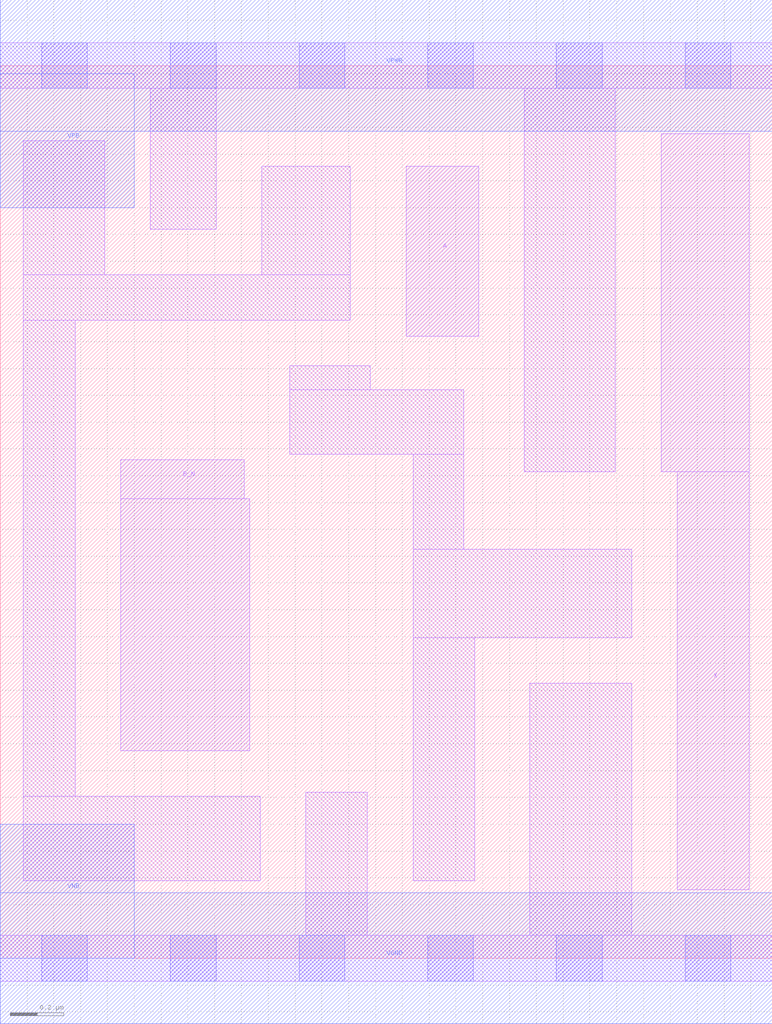
<source format=lef>
# Copyright 2020 The SkyWater PDK Authors
#
# Licensed under the Apache License, Version 2.0 (the "License");
# you may not use this file except in compliance with the License.
# You may obtain a copy of the License at
#
#     https://www.apache.org/licenses/LICENSE-2.0
#
# Unless required by applicable law or agreed to in writing, software
# distributed under the License is distributed on an "AS IS" BASIS,
# WITHOUT WARRANTIES OR CONDITIONS OF ANY KIND, either express or implied.
# See the License for the specific language governing permissions and
# limitations under the License.
#
# SPDX-License-Identifier: Apache-2.0

VERSION 5.5 ;
NAMESCASESENSITIVE ON ;
BUSBITCHARS "[]" ;
DIVIDERCHAR "/" ;
MACRO sky130_fd_sc_lp__or2b_1
  CLASS CORE ;
  SOURCE USER ;
  ORIGIN  0.000000  0.000000 ;
  SIZE  2.880000 BY  3.330000 ;
  SYMMETRY X Y R90 ;
  SITE unit ;
  PIN A
    ANTENNAGATEAREA  0.126000 ;
    DIRECTION INPUT ;
    USE SIGNAL ;
    PORT
      LAYER li1 ;
        RECT 1.515000 2.320000 1.785000 2.955000 ;
    END
  END A
  PIN B_N
    ANTENNAGATEAREA  0.126000 ;
    DIRECTION INPUT ;
    USE SIGNAL ;
    PORT
      LAYER li1 ;
        RECT 0.450000 0.775000 0.930000 1.715000 ;
        RECT 0.450000 1.715000 0.910000 1.860000 ;
    END
  END B_N
  PIN X
    ANTENNADIFFAREA  0.556500 ;
    DIRECTION OUTPUT ;
    USE SIGNAL ;
    PORT
      LAYER li1 ;
        RECT 2.465000 1.815000 2.795000 3.075000 ;
        RECT 2.525000 0.255000 2.795000 1.815000 ;
    END
  END X
  PIN VGND
    DIRECTION INOUT ;
    USE GROUND ;
    PORT
      LAYER met1 ;
        RECT 0.000000 -0.245000 2.880000 0.245000 ;
    END
  END VGND
  PIN VNB
    DIRECTION INOUT ;
    USE GROUND ;
    PORT
    END
  END VNB
  PIN VPB
    DIRECTION INOUT ;
    USE POWER ;
    PORT
    END
  END VPB
  PIN VNB
    DIRECTION INOUT ;
    USE GROUND ;
    PORT
      LAYER met1 ;
        RECT 0.000000 0.000000 0.500000 0.500000 ;
    END
  END VNB
  PIN VPB
    DIRECTION INOUT ;
    USE POWER ;
    PORT
      LAYER met1 ;
        RECT 0.000000 2.800000 0.500000 3.300000 ;
    END
  END VPB
  PIN VPWR
    DIRECTION INOUT ;
    USE POWER ;
    PORT
      LAYER met1 ;
        RECT 0.000000 3.085000 2.880000 3.575000 ;
    END
  END VPWR
  OBS
    LAYER li1 ;
      RECT 0.000000 -0.085000 2.880000 0.085000 ;
      RECT 0.000000  3.245000 2.880000 3.415000 ;
      RECT 0.085000  0.290000 0.970000 0.605000 ;
      RECT 0.085000  0.605000 0.280000 2.380000 ;
      RECT 0.085000  2.380000 1.305000 2.550000 ;
      RECT 0.085000  2.550000 0.390000 3.050000 ;
      RECT 0.560000  2.720000 0.805000 3.245000 ;
      RECT 0.975000  2.550000 1.305000 2.955000 ;
      RECT 1.080000  1.880000 1.730000 2.120000 ;
      RECT 1.080000  2.120000 1.380000 2.210000 ;
      RECT 1.140000  0.085000 1.370000 0.620000 ;
      RECT 1.540000  0.290000 1.770000 1.195000 ;
      RECT 1.540000  1.195000 2.355000 1.525000 ;
      RECT 1.540000  1.525000 1.730000 1.880000 ;
      RECT 1.955000  1.815000 2.295000 3.245000 ;
      RECT 1.975000  0.085000 2.355000 1.025000 ;
    LAYER mcon ;
      RECT 0.155000 -0.085000 0.325000 0.085000 ;
      RECT 0.155000  3.245000 0.325000 3.415000 ;
      RECT 0.635000 -0.085000 0.805000 0.085000 ;
      RECT 0.635000  3.245000 0.805000 3.415000 ;
      RECT 1.115000 -0.085000 1.285000 0.085000 ;
      RECT 1.115000  3.245000 1.285000 3.415000 ;
      RECT 1.595000 -0.085000 1.765000 0.085000 ;
      RECT 1.595000  3.245000 1.765000 3.415000 ;
      RECT 2.075000 -0.085000 2.245000 0.085000 ;
      RECT 2.075000  3.245000 2.245000 3.415000 ;
      RECT 2.555000 -0.085000 2.725000 0.085000 ;
      RECT 2.555000  3.245000 2.725000 3.415000 ;
  END
END sky130_fd_sc_lp__or2b_1
END LIBRARY

</source>
